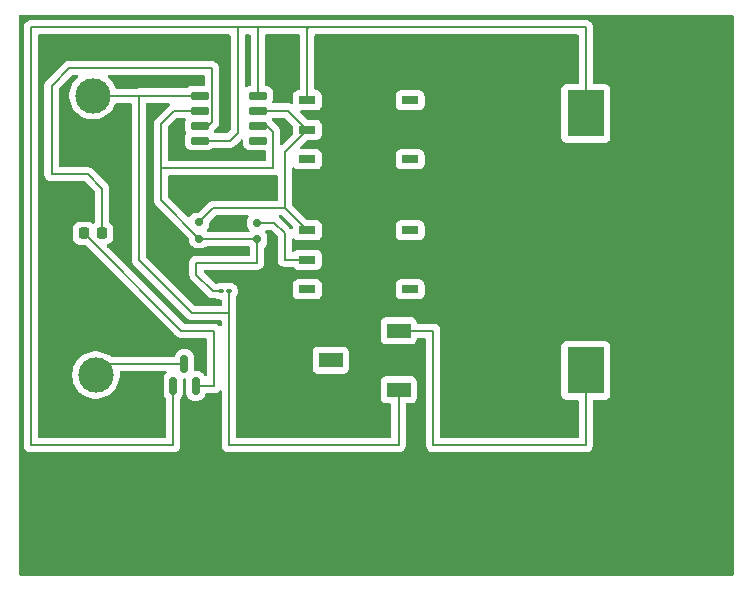
<source format=gbr>
G04 #@! TF.GenerationSoftware,KiCad,Pcbnew,9.0.0*
G04 #@! TF.CreationDate,2025-04-11T10:03:59+08:00*
G04 #@! TF.ProjectId,learn,6c656172-6e2e-46b6-9963-61645f706362,v1.0*
G04 #@! TF.SameCoordinates,Original*
G04 #@! TF.FileFunction,Copper,L1,Top*
G04 #@! TF.FilePolarity,Positive*
%FSLAX46Y46*%
G04 Gerber Fmt 4.6, Leading zero omitted, Abs format (unit mm)*
G04 Created by KiCad (PCBNEW 9.0.0) date 2025-04-11 10:03:59*
%MOMM*%
%LPD*%
G01*
G04 APERTURE LIST*
G04 Aperture macros list*
%AMRoundRect*
0 Rectangle with rounded corners*
0 $1 Rounding radius*
0 $2 $3 $4 $5 $6 $7 $8 $9 X,Y pos of 4 corners*
0 Add a 4 corners polygon primitive as box body*
4,1,4,$2,$3,$4,$5,$6,$7,$8,$9,$2,$3,0*
0 Add four circle primitives for the rounded corners*
1,1,$1+$1,$2,$3*
1,1,$1+$1,$4,$5*
1,1,$1+$1,$6,$7*
1,1,$1+$1,$8,$9*
0 Add four rect primitives between the rounded corners*
20,1,$1+$1,$2,$3,$4,$5,0*
20,1,$1+$1,$4,$5,$6,$7,0*
20,1,$1+$1,$6,$7,$8,$9,0*
20,1,$1+$1,$8,$9,$2,$3,0*%
G04 Aperture macros list end*
G04 #@! TA.AperFunction,SMDPad,CuDef*
%ADD10RoundRect,0.075000X-0.675000X-0.225000X0.675000X-0.225000X0.675000X0.225000X-0.675000X0.225000X0*%
G04 #@! TD*
G04 #@! TA.AperFunction,SMDPad,CuDef*
%ADD11R,1.450000X0.700000*%
G04 #@! TD*
G04 #@! TA.AperFunction,SMDPad,CuDef*
%ADD12RoundRect,0.218750X-0.218750X-0.256250X0.218750X-0.256250X0.218750X0.256250X-0.218750X0.256250X0*%
G04 #@! TD*
G04 #@! TA.AperFunction,SMDPad,CuDef*
%ADD13C,3.000000*%
G04 #@! TD*
G04 #@! TA.AperFunction,SMDPad,CuDef*
%ADD14R,3.170000X3.960000*%
G04 #@! TD*
G04 #@! TA.AperFunction,SMDPad,CuDef*
%ADD15RoundRect,0.150000X0.200000X-0.150000X0.200000X0.150000X-0.200000X0.150000X-0.200000X-0.150000X0*%
G04 #@! TD*
G04 #@! TA.AperFunction,SMDPad,CuDef*
%ADD16R,2.050000X1.300000*%
G04 #@! TD*
G04 #@! TA.AperFunction,SMDPad,CuDef*
%ADD17RoundRect,0.150000X0.150000X-0.587500X0.150000X0.587500X-0.150000X0.587500X-0.150000X-0.587500X0*%
G04 #@! TD*
G04 #@! TA.AperFunction,SMDPad,CuDef*
%ADD18RoundRect,0.150000X-0.200000X0.150000X-0.200000X-0.150000X0.200000X-0.150000X0.200000X0.150000X0*%
G04 #@! TD*
G04 #@! TA.AperFunction,SMDPad,CuDef*
%ADD19RoundRect,0.100000X-0.130000X-0.100000X0.130000X-0.100000X0.130000X0.100000X-0.130000X0.100000X0*%
G04 #@! TD*
G04 #@! TA.AperFunction,Conductor*
%ADD20C,0.200000*%
G04 #@! TD*
G04 APERTURE END LIST*
D10*
G04 #@! TO.P,U1,1,GND*
G04 #@! TO.N,Net-(SW1-C)*
X113530000Y-85095000D03*
G04 #@! TO.P,U1,2,TRIG*
G04 #@! TO.N,Net-(D1-A)*
X113530000Y-86365000D03*
G04 #@! TO.P,U1,3,OUT*
G04 #@! TO.N,Net-(D3-A)*
X113530000Y-87635000D03*
G04 #@! TO.P,U1,4,RESET*
G04 #@! TO.N,Net-(Q1-C)*
X113530000Y-88905000D03*
G04 #@! TO.P,U1,5,CONT*
G04 #@! TO.N,unconnected-(U1-CONT-Pad5)*
X118470000Y-88905000D03*
G04 #@! TO.P,U1,6,THRES*
G04 #@! TO.N,Net-(D1-A)*
X118470000Y-87635000D03*
G04 #@! TO.P,U1,7,DISCH*
G04 #@! TO.N,Net-(D2-A)*
X118470000Y-86365000D03*
G04 #@! TO.P,U1,8,VCC*
G04 #@! TO.N,Net-(Q1-C)*
X118470000Y-85095000D03*
G04 #@! TD*
D11*
G04 #@! TO.P,RV1,1,1*
G04 #@! TO.N,Net-(Q1-C)*
X122650000Y-85500000D03*
G04 #@! TO.P,RV1,2,2*
G04 #@! TO.N,Net-(D2-A)*
X122650000Y-88000000D03*
G04 #@! TO.P,RV1,3,3*
G04 #@! TO.N,unconnected-(RV1-Pad3)*
X122650000Y-90500000D03*
G04 #@! TO.P,RV1,MT1*
G04 #@! TO.N,N/C*
X131350000Y-85500000D03*
G04 #@! TO.P,RV1,MT2*
X131350000Y-90500000D03*
G04 #@! TD*
D12*
G04 #@! TO.P,D3,1,K*
G04 #@! TO.N,Net-(D3-K)*
X103712500Y-96750000D03*
G04 #@! TO.P,D3,2,A*
G04 #@! TO.N,Net-(D3-A)*
X105287500Y-96750000D03*
G04 #@! TD*
D13*
G04 #@! TO.P,TP1,1,1*
G04 #@! TO.N,Net-(Q1-E)*
X104750000Y-108750000D03*
G04 #@! TD*
D14*
G04 #@! TO.P,BT1,N*
G04 #@! TO.N,Net-(SW1-B)*
X146235000Y-108370000D03*
G04 #@! TO.P,BT1,P*
G04 #@! TO.N,Net-(Q1-C)*
X146235000Y-86610000D03*
G04 #@! TD*
D13*
G04 #@! TO.P,TP2,1,1*
G04 #@! TO.N,Net-(SW1-C)*
X104500000Y-85100000D03*
G04 #@! TD*
D15*
G04 #@! TO.P,D1,1,K*
G04 #@! TO.N,Net-(D1-K)*
X118420000Y-95872500D03*
G04 #@! TO.P,D1,2,A*
G04 #@! TO.N,Net-(D1-A)*
X118420000Y-97272500D03*
G04 #@! TD*
D16*
G04 #@! TO.P,SW1,1,A*
G04 #@! TO.N,unconnected-(SW1-A-Pad1)*
X124625000Y-107500000D03*
G04 #@! TO.P,SW1,2,B*
G04 #@! TO.N,Net-(SW1-B)*
X130375000Y-105000000D03*
G04 #@! TO.P,SW1,3,C*
G04 #@! TO.N,Net-(SW1-C)*
X130375000Y-110000000D03*
G04 #@! TD*
D17*
G04 #@! TO.P,Q1,1,C*
G04 #@! TO.N,Net-(Q1-C)*
X111300000Y-109687500D03*
G04 #@! TO.P,Q1,2,B*
G04 #@! TO.N,Net-(D3-K)*
X113200000Y-109687500D03*
G04 #@! TO.P,Q1,3,E*
G04 #@! TO.N,Net-(Q1-E)*
X112250000Y-107812500D03*
G04 #@! TD*
D11*
G04 #@! TO.P,RV2,1,1*
G04 #@! TO.N,Net-(D2-A)*
X122650000Y-96500000D03*
G04 #@! TO.P,RV2,2,2*
G04 #@! TO.N,Net-(D1-K)*
X122650000Y-99000000D03*
G04 #@! TO.P,RV2,3,3*
G04 #@! TO.N,unconnected-(RV2-Pad3)*
X122650000Y-101500000D03*
G04 #@! TO.P,RV2,MT1*
G04 #@! TO.N,N/C*
X131350000Y-96500000D03*
G04 #@! TO.P,RV2,MT2*
X131350000Y-101500000D03*
G04 #@! TD*
D18*
G04 #@! TO.P,D2,1,K*
G04 #@! TO.N,Net-(D1-A)*
X113500000Y-97200000D03*
G04 #@! TO.P,D2,2,A*
G04 #@! TO.N,Net-(D2-A)*
X113500000Y-95800000D03*
G04 #@! TD*
D19*
G04 #@! TO.P,C1,1*
G04 #@! TO.N,Net-(D1-A)*
X115380000Y-101650000D03*
G04 #@! TO.P,C1,2*
G04 #@! TO.N,Net-(SW1-C)*
X116020000Y-101650000D03*
G04 #@! TD*
D20*
G04 #@! TO.N,Net-(D3-K)*
X114750000Y-109687500D02*
X114750000Y-105000000D01*
G04 #@! TO.N,Net-(Q1-C)*
X122650000Y-79430000D02*
X122770000Y-79310000D01*
X111300000Y-114700000D02*
X99250000Y-114700000D01*
X122770000Y-79310000D02*
X146235000Y-79310000D01*
X122650000Y-85500000D02*
X122650000Y-79430000D01*
X146235000Y-79310000D02*
X146235000Y-86610000D01*
X111300000Y-114700000D02*
X111300000Y-109687500D01*
X116750000Y-88250000D02*
X116750000Y-79310000D01*
X99250000Y-114700000D02*
X99250000Y-79310000D01*
X116750000Y-79310000D02*
X99250000Y-79310000D01*
X118470000Y-79330000D02*
X118450000Y-79310000D01*
X122770000Y-79310000D02*
X118450000Y-79310000D01*
X118470000Y-85095000D02*
X118470000Y-79330000D01*
X113530000Y-88905000D02*
X116095000Y-88905000D01*
X118450000Y-79310000D02*
X116750000Y-79310000D01*
X116095000Y-88905000D02*
X116750000Y-88250000D01*
G04 #@! TO.N,Net-(SW1-B)*
X133180000Y-105000000D02*
X130375000Y-105000000D01*
X146235000Y-114700000D02*
X133310000Y-114700000D01*
X133310000Y-105010000D02*
X133190000Y-105010000D01*
X133310000Y-114700000D02*
X133310000Y-105010000D01*
X133190000Y-105010000D02*
X133180000Y-105000000D01*
X146235000Y-108370000D02*
X146235000Y-114700000D01*
G04 #@! TO.N,Net-(SW1-C)*
X108395000Y-85095000D02*
X108390000Y-85090000D01*
X130375000Y-114700000D02*
X116020000Y-114700000D01*
X108390000Y-85100000D02*
X108395000Y-85095000D01*
X108395000Y-85095000D02*
X113530000Y-85095000D01*
X112880000Y-103500000D02*
X116020000Y-103500000D01*
X108390000Y-85090000D02*
X108390000Y-99010000D01*
X130375000Y-110000000D02*
X130375000Y-114700000D01*
X108390000Y-99010000D02*
X112880000Y-103500000D01*
X116020000Y-103500000D02*
X116020000Y-114700000D01*
X104500000Y-85100000D02*
X108390000Y-85100000D01*
X116020000Y-101650000D02*
X116020000Y-103500000D01*
G04 #@! TO.N,Net-(D1-A)*
X113500000Y-97200000D02*
X110250000Y-93950000D01*
X110250000Y-87500000D02*
X111385000Y-86365000D01*
X110250000Y-91250000D02*
X110250000Y-87500000D01*
X113572500Y-97272500D02*
X113500000Y-97200000D01*
X119219999Y-87635000D02*
X118470000Y-87635000D01*
X111385000Y-86365000D02*
X113530000Y-86365000D01*
X115380000Y-101650000D02*
X114650000Y-101650000D01*
X119750000Y-91250000D02*
X119750000Y-88165001D01*
X110250000Y-91250000D02*
X119750000Y-91250000D01*
X119750000Y-88165001D02*
X119219999Y-87635000D01*
X113250000Y-100250000D02*
X113250000Y-99250000D01*
X118420000Y-97272500D02*
X113572500Y-97272500D01*
X114650000Y-101650000D02*
X113250000Y-100250000D01*
X113250000Y-99250000D02*
X118420000Y-99250000D01*
X110250000Y-93950000D02*
X110250000Y-91250000D01*
X118420000Y-99250000D02*
X118420000Y-97272500D01*
G04 #@! TO.N,Net-(D1-K)*
X120750000Y-99000000D02*
X120750000Y-96750000D01*
X119872500Y-95872500D02*
X118420000Y-95872500D01*
X122650000Y-99000000D02*
X120750000Y-99000000D01*
X120750000Y-96750000D02*
X119872500Y-95872500D01*
G04 #@! TO.N,Net-(D2-A)*
X120750000Y-94600000D02*
X122650000Y-96500000D01*
X122650000Y-88000000D02*
X120750000Y-89900000D01*
X114700000Y-94600000D02*
X120750000Y-94600000D01*
X121015000Y-86365000D02*
X118470000Y-86365000D01*
X113500000Y-95800000D02*
X114700000Y-94600000D01*
X122650000Y-88000000D02*
X121015000Y-86365000D01*
X120750000Y-89900000D02*
X120750000Y-94600000D01*
G04 #@! TO.N,Net-(D3-K)*
X113200000Y-109687500D02*
X114687500Y-109687500D01*
X114750000Y-105000000D02*
X111962500Y-105000000D01*
X111962500Y-105000000D02*
X103712500Y-96750000D01*
G04 #@! TO.N,Net-(D3-A)*
X114581000Y-87333999D02*
X114581000Y-82831000D01*
X114500000Y-82750000D02*
X102500000Y-82750000D01*
X114581000Y-82831000D02*
X114500000Y-82750000D01*
X101000000Y-84250000D02*
X101000000Y-91750000D01*
X105287500Y-92987500D02*
X105287500Y-96750000D01*
X104050000Y-91750000D02*
X105287500Y-92987500D01*
X101000000Y-91750000D02*
X104050000Y-91750000D01*
X102500000Y-82750000D02*
X101000000Y-84250000D01*
X113530000Y-87635000D02*
X114279999Y-87635000D01*
X114279999Y-87635000D02*
X114581000Y-87333999D01*
G04 #@! TO.N,Net-(Q1-E)*
X112250000Y-107812500D02*
X105687500Y-107812500D01*
X105687500Y-107812500D02*
X104750000Y-108750000D01*
G04 #@! TD*
G04 #@! TA.AperFunction,NonConductor*
G36*
X158692539Y-78270185D02*
G01*
X158738294Y-78322989D01*
X158749500Y-78374500D01*
X158749500Y-125625500D01*
X158729815Y-125692539D01*
X158677011Y-125738294D01*
X158625500Y-125749500D01*
X98374500Y-125749500D01*
X98307461Y-125729815D01*
X98261706Y-125677011D01*
X98250500Y-125625500D01*
X98250500Y-79230943D01*
X98649500Y-79230943D01*
X98649500Y-114779056D01*
X98690423Y-114931783D01*
X98690426Y-114931790D01*
X98769475Y-115068709D01*
X98769479Y-115068714D01*
X98769480Y-115068716D01*
X98881284Y-115180520D01*
X98881286Y-115180521D01*
X98881290Y-115180524D01*
X99018209Y-115259573D01*
X99018216Y-115259577D01*
X99170943Y-115300500D01*
X99170945Y-115300500D01*
X111379055Y-115300500D01*
X111379057Y-115300500D01*
X111531784Y-115259577D01*
X111668716Y-115180520D01*
X111780520Y-115068716D01*
X111859577Y-114931784D01*
X111900500Y-114779057D01*
X111900500Y-110795808D01*
X111920185Y-110728769D01*
X111936820Y-110708126D01*
X111968076Y-110676870D01*
X111968081Y-110676865D01*
X112051744Y-110535398D01*
X112097598Y-110377569D01*
X112100500Y-110340694D01*
X112100500Y-109174500D01*
X112103050Y-109165814D01*
X112101762Y-109156853D01*
X112112740Y-109132812D01*
X112120185Y-109107461D01*
X112127025Y-109101533D01*
X112130787Y-109093297D01*
X112153021Y-109079007D01*
X112172989Y-109061706D01*
X112183503Y-109059418D01*
X112189565Y-109055523D01*
X112224500Y-109050500D01*
X112275500Y-109050500D01*
X112342539Y-109070185D01*
X112388294Y-109122989D01*
X112399500Y-109174500D01*
X112399500Y-110340701D01*
X112402401Y-110377567D01*
X112402402Y-110377573D01*
X112448254Y-110535393D01*
X112448255Y-110535396D01*
X112531917Y-110676862D01*
X112531923Y-110676870D01*
X112648129Y-110793076D01*
X112648133Y-110793079D01*
X112648135Y-110793081D01*
X112789602Y-110876744D01*
X112831224Y-110888836D01*
X112947426Y-110922597D01*
X112947429Y-110922597D01*
X112947431Y-110922598D01*
X112984306Y-110925500D01*
X112984314Y-110925500D01*
X113415686Y-110925500D01*
X113415694Y-110925500D01*
X113452569Y-110922598D01*
X113452571Y-110922597D01*
X113452573Y-110922597D01*
X113504674Y-110907460D01*
X113610398Y-110876744D01*
X113751865Y-110793081D01*
X113868081Y-110676865D01*
X113951744Y-110535398D01*
X113991699Y-110397873D01*
X113997646Y-110377405D01*
X114035252Y-110318519D01*
X114098725Y-110289313D01*
X114116722Y-110288000D01*
X114829055Y-110288000D01*
X114829057Y-110288000D01*
X114981784Y-110247077D01*
X115118716Y-110168020D01*
X115207819Y-110078917D01*
X115269142Y-110045432D01*
X115338834Y-110050416D01*
X115394767Y-110092288D01*
X115419184Y-110157752D01*
X115419500Y-110166598D01*
X115419500Y-114779056D01*
X115460423Y-114931783D01*
X115460426Y-114931790D01*
X115539475Y-115068709D01*
X115539479Y-115068714D01*
X115539480Y-115068716D01*
X115651284Y-115180520D01*
X115651286Y-115180521D01*
X115651290Y-115180524D01*
X115788209Y-115259573D01*
X115788216Y-115259577D01*
X115940943Y-115300500D01*
X115940945Y-115300500D01*
X130454055Y-115300500D01*
X130454057Y-115300500D01*
X130606784Y-115259577D01*
X130743716Y-115180520D01*
X130855520Y-115068716D01*
X130934577Y-114931784D01*
X130975500Y-114779057D01*
X130975500Y-111274499D01*
X130995185Y-111207460D01*
X131047989Y-111161705D01*
X131099500Y-111150499D01*
X131447871Y-111150499D01*
X131447872Y-111150499D01*
X131507483Y-111144091D01*
X131642331Y-111093796D01*
X131757546Y-111007546D01*
X131843796Y-110892331D01*
X131894091Y-110757483D01*
X131900500Y-110697873D01*
X131900499Y-109302128D01*
X131894091Y-109242517D01*
X131868722Y-109174500D01*
X131843797Y-109107671D01*
X131843793Y-109107664D01*
X131757547Y-108992455D01*
X131757544Y-108992452D01*
X131642335Y-108906206D01*
X131642328Y-108906202D01*
X131507482Y-108855908D01*
X131507483Y-108855908D01*
X131447883Y-108849501D01*
X131447881Y-108849500D01*
X131447873Y-108849500D01*
X131447864Y-108849500D01*
X129302129Y-108849500D01*
X129302123Y-108849501D01*
X129242516Y-108855908D01*
X129107671Y-108906202D01*
X129107664Y-108906206D01*
X128992455Y-108992452D01*
X128992452Y-108992455D01*
X128906206Y-109107664D01*
X128906202Y-109107671D01*
X128855908Y-109242517D01*
X128849501Y-109302116D01*
X128849501Y-109302123D01*
X128849500Y-109302135D01*
X128849500Y-110697870D01*
X128849501Y-110697876D01*
X128855908Y-110757483D01*
X128906202Y-110892328D01*
X128906206Y-110892335D01*
X128992452Y-111007544D01*
X128992455Y-111007547D01*
X129107664Y-111093793D01*
X129107671Y-111093797D01*
X129152618Y-111110561D01*
X129242517Y-111144091D01*
X129302127Y-111150500D01*
X129650500Y-111150499D01*
X129717539Y-111170183D01*
X129763294Y-111222987D01*
X129774500Y-111274499D01*
X129774500Y-113975500D01*
X129754815Y-114042539D01*
X129702011Y-114088294D01*
X129650500Y-114099500D01*
X116744500Y-114099500D01*
X116677461Y-114079815D01*
X116631706Y-114027011D01*
X116620500Y-113975500D01*
X116620500Y-106802135D01*
X123099500Y-106802135D01*
X123099500Y-108197870D01*
X123099501Y-108197876D01*
X123105908Y-108257483D01*
X123156202Y-108392328D01*
X123156206Y-108392335D01*
X123242452Y-108507544D01*
X123242455Y-108507547D01*
X123357664Y-108593793D01*
X123357671Y-108593797D01*
X123492517Y-108644091D01*
X123492516Y-108644091D01*
X123499444Y-108644835D01*
X123552127Y-108650500D01*
X125697872Y-108650499D01*
X125757483Y-108644091D01*
X125892331Y-108593796D01*
X126007546Y-108507546D01*
X126093796Y-108392331D01*
X126144091Y-108257483D01*
X126150500Y-108197873D01*
X126150499Y-106802128D01*
X126144091Y-106742517D01*
X126130815Y-106706923D01*
X126093797Y-106607671D01*
X126093793Y-106607664D01*
X126007547Y-106492455D01*
X126007544Y-106492452D01*
X125892335Y-106406206D01*
X125892328Y-106406202D01*
X125757482Y-106355908D01*
X125757483Y-106355908D01*
X125697883Y-106349501D01*
X125697881Y-106349500D01*
X125697873Y-106349500D01*
X125697864Y-106349500D01*
X123552129Y-106349500D01*
X123552123Y-106349501D01*
X123492516Y-106355908D01*
X123357671Y-106406202D01*
X123357664Y-106406206D01*
X123242455Y-106492452D01*
X123242452Y-106492455D01*
X123156206Y-106607664D01*
X123156202Y-106607671D01*
X123105908Y-106742517D01*
X123101478Y-106783730D01*
X123099501Y-106802123D01*
X123099500Y-106802135D01*
X116620500Y-106802135D01*
X116620500Y-104302135D01*
X128849500Y-104302135D01*
X128849500Y-105697870D01*
X128849501Y-105697876D01*
X128855908Y-105757483D01*
X128906202Y-105892328D01*
X128906206Y-105892335D01*
X128992452Y-106007544D01*
X128992455Y-106007547D01*
X129107664Y-106093793D01*
X129107671Y-106093797D01*
X129242517Y-106144091D01*
X129242516Y-106144091D01*
X129249444Y-106144835D01*
X129302127Y-106150500D01*
X131447872Y-106150499D01*
X131507483Y-106144091D01*
X131642331Y-106093796D01*
X131757546Y-106007546D01*
X131843796Y-105892331D01*
X131894091Y-105757483D01*
X131899062Y-105711242D01*
X131925799Y-105646694D01*
X131983191Y-105606846D01*
X132022351Y-105600500D01*
X132585500Y-105600500D01*
X132652539Y-105620185D01*
X132698294Y-105672989D01*
X132709500Y-105724500D01*
X132709500Y-114779056D01*
X132750423Y-114931783D01*
X132750426Y-114931790D01*
X132829475Y-115068709D01*
X132829479Y-115068714D01*
X132829480Y-115068716D01*
X132941284Y-115180520D01*
X132941286Y-115180521D01*
X132941290Y-115180524D01*
X133078209Y-115259573D01*
X133078216Y-115259577D01*
X133230943Y-115300500D01*
X133230945Y-115300500D01*
X146314055Y-115300500D01*
X146314057Y-115300500D01*
X146466784Y-115259577D01*
X146603716Y-115180520D01*
X146715520Y-115068716D01*
X146794577Y-114931784D01*
X146835500Y-114779057D01*
X146835500Y-110974499D01*
X146855185Y-110907460D01*
X146907989Y-110861705D01*
X146959500Y-110850499D01*
X147867871Y-110850499D01*
X147867872Y-110850499D01*
X147927483Y-110844091D01*
X148062331Y-110793796D01*
X148177546Y-110707546D01*
X148263796Y-110592331D01*
X148314091Y-110457483D01*
X148320500Y-110397873D01*
X148320499Y-106342128D01*
X148314091Y-106282517D01*
X148263796Y-106147669D01*
X148263795Y-106147668D01*
X148263793Y-106147664D01*
X148177547Y-106032455D01*
X148177544Y-106032452D01*
X148062335Y-105946206D01*
X148062328Y-105946202D01*
X147927482Y-105895908D01*
X147927483Y-105895908D01*
X147867883Y-105889501D01*
X147867881Y-105889500D01*
X147867873Y-105889500D01*
X147867864Y-105889500D01*
X144602129Y-105889500D01*
X144602123Y-105889501D01*
X144542516Y-105895908D01*
X144407671Y-105946202D01*
X144407664Y-105946206D01*
X144292455Y-106032452D01*
X144292452Y-106032455D01*
X144206206Y-106147664D01*
X144206202Y-106147671D01*
X144155908Y-106282517D01*
X144149501Y-106342116D01*
X144149501Y-106342123D01*
X144149500Y-106342135D01*
X144149500Y-110397870D01*
X144149501Y-110397876D01*
X144155908Y-110457483D01*
X144206202Y-110592328D01*
X144206206Y-110592335D01*
X144292452Y-110707544D01*
X144292455Y-110707547D01*
X144407664Y-110793793D01*
X144407671Y-110793797D01*
X144542517Y-110844091D01*
X144542516Y-110844091D01*
X144549444Y-110844835D01*
X144602127Y-110850500D01*
X145510500Y-110850499D01*
X145577539Y-110870183D01*
X145623294Y-110922987D01*
X145634500Y-110974499D01*
X145634500Y-113975500D01*
X145614815Y-114042539D01*
X145562011Y-114088294D01*
X145510500Y-114099500D01*
X134034500Y-114099500D01*
X133967461Y-114079815D01*
X133921706Y-114027011D01*
X133910500Y-113975500D01*
X133910500Y-104930945D01*
X133910500Y-104930943D01*
X133869577Y-104778216D01*
X133863804Y-104768216D01*
X133790524Y-104641290D01*
X133790518Y-104641282D01*
X133678717Y-104529481D01*
X133678709Y-104529475D01*
X133541790Y-104450426D01*
X133541786Y-104450424D01*
X133541784Y-104450423D01*
X133389057Y-104409500D01*
X133389056Y-104409500D01*
X133312706Y-104409500D01*
X133307059Y-104409371D01*
X133293611Y-104408758D01*
X133259057Y-104399499D01*
X133100943Y-104399499D01*
X133100939Y-104399500D01*
X132022351Y-104399500D01*
X131955312Y-104379815D01*
X131909557Y-104327011D01*
X131899061Y-104288752D01*
X131894091Y-104242516D01*
X131843797Y-104107671D01*
X131843793Y-104107664D01*
X131757547Y-103992455D01*
X131757544Y-103992452D01*
X131642335Y-103906206D01*
X131642328Y-103906202D01*
X131507482Y-103855908D01*
X131507483Y-103855908D01*
X131447883Y-103849501D01*
X131447881Y-103849500D01*
X131447873Y-103849500D01*
X131447864Y-103849500D01*
X129302129Y-103849500D01*
X129302123Y-103849501D01*
X129242516Y-103855908D01*
X129107671Y-103906202D01*
X129107664Y-103906206D01*
X128992455Y-103992452D01*
X128992452Y-103992455D01*
X128906206Y-104107664D01*
X128906202Y-104107671D01*
X128855908Y-104242517D01*
X128849501Y-104302116D01*
X128849500Y-104302135D01*
X116620500Y-104302135D01*
X116620500Y-102165354D01*
X116640185Y-102098315D01*
X116646113Y-102089881D01*
X116674536Y-102052841D01*
X116735044Y-101906762D01*
X116750500Y-101789361D01*
X116750499Y-101510640D01*
X116750499Y-101510636D01*
X116735046Y-101393246D01*
X116735044Y-101393241D01*
X116735044Y-101393238D01*
X116674536Y-101247159D01*
X116578282Y-101121718D01*
X116552761Y-101102135D01*
X121424500Y-101102135D01*
X121424500Y-101897870D01*
X121424501Y-101897876D01*
X121430908Y-101957483D01*
X121481202Y-102092328D01*
X121481206Y-102092335D01*
X121567452Y-102207544D01*
X121567455Y-102207547D01*
X121682664Y-102293793D01*
X121682671Y-102293797D01*
X121817517Y-102344091D01*
X121817516Y-102344091D01*
X121824444Y-102344835D01*
X121877127Y-102350500D01*
X123422872Y-102350499D01*
X123482483Y-102344091D01*
X123617331Y-102293796D01*
X123732546Y-102207546D01*
X123818796Y-102092331D01*
X123869091Y-101957483D01*
X123875500Y-101897873D01*
X123875499Y-101102135D01*
X130124500Y-101102135D01*
X130124500Y-101897870D01*
X130124501Y-101897876D01*
X130130908Y-101957483D01*
X130181202Y-102092328D01*
X130181206Y-102092335D01*
X130267452Y-102207544D01*
X130267455Y-102207547D01*
X130382664Y-102293793D01*
X130382671Y-102293797D01*
X130517517Y-102344091D01*
X130517516Y-102344091D01*
X130524444Y-102344835D01*
X130577127Y-102350500D01*
X132122872Y-102350499D01*
X132182483Y-102344091D01*
X132317331Y-102293796D01*
X132432546Y-102207546D01*
X132518796Y-102092331D01*
X132569091Y-101957483D01*
X132575500Y-101897873D01*
X132575499Y-101102128D01*
X132569091Y-101042517D01*
X132562730Y-101025463D01*
X132518797Y-100907671D01*
X132518793Y-100907664D01*
X132432547Y-100792455D01*
X132432544Y-100792452D01*
X132317335Y-100706206D01*
X132317328Y-100706202D01*
X132182482Y-100655908D01*
X132182483Y-100655908D01*
X132122883Y-100649501D01*
X132122881Y-100649500D01*
X132122873Y-100649500D01*
X132122864Y-100649500D01*
X130577129Y-100649500D01*
X130577123Y-100649501D01*
X130517516Y-100655908D01*
X130382671Y-100706202D01*
X130382664Y-100706206D01*
X130267455Y-100792452D01*
X130267452Y-100792455D01*
X130181206Y-100907664D01*
X130181202Y-100907671D01*
X130130908Y-101042517D01*
X130124501Y-101102116D01*
X130124501Y-101102123D01*
X130124500Y-101102135D01*
X123875499Y-101102135D01*
X123875499Y-101102128D01*
X123869091Y-101042517D01*
X123862730Y-101025463D01*
X123818797Y-100907671D01*
X123818793Y-100907664D01*
X123732547Y-100792455D01*
X123732544Y-100792452D01*
X123617335Y-100706206D01*
X123617328Y-100706202D01*
X123482482Y-100655908D01*
X123482483Y-100655908D01*
X123422883Y-100649501D01*
X123422881Y-100649500D01*
X123422873Y-100649500D01*
X123422864Y-100649500D01*
X121877129Y-100649500D01*
X121877123Y-100649501D01*
X121817516Y-100655908D01*
X121682671Y-100706202D01*
X121682664Y-100706206D01*
X121567455Y-100792452D01*
X121567452Y-100792455D01*
X121481206Y-100907664D01*
X121481202Y-100907671D01*
X121430908Y-101042517D01*
X121424501Y-101102116D01*
X121424501Y-101102123D01*
X121424500Y-101102135D01*
X116552761Y-101102135D01*
X116452841Y-101025464D01*
X116445562Y-101022449D01*
X116306762Y-100964956D01*
X116306760Y-100964955D01*
X116189361Y-100949500D01*
X115850636Y-100949500D01*
X115733234Y-100964955D01*
X115732083Y-100965264D01*
X115730891Y-100965264D01*
X115725179Y-100966016D01*
X115725080Y-100965264D01*
X115674919Y-100965264D01*
X115674820Y-100966017D01*
X115669107Y-100965264D01*
X115667917Y-100965265D01*
X115666765Y-100964956D01*
X115549361Y-100949500D01*
X115210636Y-100949500D01*
X115093246Y-100964953D01*
X115093234Y-100964957D01*
X114972468Y-101014980D01*
X114902999Y-101022449D01*
X114840520Y-100991174D01*
X114837335Y-100988100D01*
X113911416Y-100062181D01*
X113877931Y-100000858D01*
X113882915Y-99931166D01*
X113924787Y-99875233D01*
X113990251Y-99850816D01*
X113999097Y-99850500D01*
X118499055Y-99850500D01*
X118499057Y-99850500D01*
X118651784Y-99809577D01*
X118788716Y-99730520D01*
X118900520Y-99618716D01*
X118979577Y-99481784D01*
X119020500Y-99329057D01*
X119020500Y-97993309D01*
X119040185Y-97926270D01*
X119056819Y-97905628D01*
X119138076Y-97824370D01*
X119138081Y-97824365D01*
X119221744Y-97682898D01*
X119267598Y-97525069D01*
X119270500Y-97488194D01*
X119270500Y-97056806D01*
X119267598Y-97019931D01*
X119221744Y-96862102D01*
X119138081Y-96720635D01*
X119138079Y-96720633D01*
X119138076Y-96720629D01*
X119102128Y-96684681D01*
X119068643Y-96623358D01*
X119073627Y-96553666D01*
X119115499Y-96497733D01*
X119180963Y-96473316D01*
X119189809Y-96473000D01*
X119572403Y-96473000D01*
X119639442Y-96492685D01*
X119660084Y-96509319D01*
X120113181Y-96962416D01*
X120146666Y-97023739D01*
X120149500Y-97050097D01*
X120149500Y-98920943D01*
X120149500Y-99079057D01*
X120152180Y-99089057D01*
X120190423Y-99231783D01*
X120190426Y-99231790D01*
X120269475Y-99368709D01*
X120269479Y-99368714D01*
X120269480Y-99368716D01*
X120381284Y-99480520D01*
X120381286Y-99480521D01*
X120381290Y-99480524D01*
X120410850Y-99497590D01*
X120518216Y-99559577D01*
X120670943Y-99600500D01*
X121425249Y-99600500D01*
X121492288Y-99620185D01*
X121524515Y-99650188D01*
X121567451Y-99707542D01*
X121567454Y-99707546D01*
X121567457Y-99707548D01*
X121682664Y-99793793D01*
X121682671Y-99793797D01*
X121817517Y-99844091D01*
X121817516Y-99844091D01*
X121824444Y-99844835D01*
X121877127Y-99850500D01*
X123422872Y-99850499D01*
X123482483Y-99844091D01*
X123617331Y-99793796D01*
X123732546Y-99707546D01*
X123818796Y-99592331D01*
X123869091Y-99457483D01*
X123875500Y-99397873D01*
X123875499Y-98602128D01*
X123869091Y-98542517D01*
X123818796Y-98407669D01*
X123818795Y-98407668D01*
X123818793Y-98407664D01*
X123732547Y-98292455D01*
X123732544Y-98292452D01*
X123617335Y-98206206D01*
X123617328Y-98206202D01*
X123482482Y-98155908D01*
X123482483Y-98155908D01*
X123422883Y-98149501D01*
X123422881Y-98149500D01*
X123422873Y-98149500D01*
X123422864Y-98149500D01*
X121877129Y-98149500D01*
X121877123Y-98149501D01*
X121817516Y-98155908D01*
X121682671Y-98206202D01*
X121682664Y-98206206D01*
X121567453Y-98292454D01*
X121562177Y-98297730D01*
X121500853Y-98331212D01*
X121431161Y-98326225D01*
X121375230Y-98284351D01*
X121350816Y-98218886D01*
X121350500Y-98210045D01*
X121350500Y-97289954D01*
X121370185Y-97222915D01*
X121422989Y-97177160D01*
X121492147Y-97167216D01*
X121555703Y-97196241D01*
X121562181Y-97202273D01*
X121567455Y-97207547D01*
X121682664Y-97293793D01*
X121682671Y-97293797D01*
X121817517Y-97344091D01*
X121817516Y-97344091D01*
X121824444Y-97344835D01*
X121877127Y-97350500D01*
X123422872Y-97350499D01*
X123482483Y-97344091D01*
X123617331Y-97293796D01*
X123732546Y-97207546D01*
X123818796Y-97092331D01*
X123869091Y-96957483D01*
X123875500Y-96897873D01*
X123875499Y-96102135D01*
X130124500Y-96102135D01*
X130124500Y-96897870D01*
X130124501Y-96897876D01*
X130130908Y-96957483D01*
X130181202Y-97092328D01*
X130181206Y-97092335D01*
X130267452Y-97207544D01*
X130267455Y-97207547D01*
X130382664Y-97293793D01*
X130382671Y-97293797D01*
X130517517Y-97344091D01*
X130517516Y-97344091D01*
X130524444Y-97344835D01*
X130577127Y-97350500D01*
X132122872Y-97350499D01*
X132182483Y-97344091D01*
X132317331Y-97293796D01*
X132432546Y-97207546D01*
X132518796Y-97092331D01*
X132569091Y-96957483D01*
X132575500Y-96897873D01*
X132575499Y-96102128D01*
X132569091Y-96042517D01*
X132559089Y-96015701D01*
X132518797Y-95907671D01*
X132518793Y-95907664D01*
X132432547Y-95792455D01*
X132432544Y-95792452D01*
X132317335Y-95706206D01*
X132317328Y-95706202D01*
X132182482Y-95655908D01*
X132182483Y-95655908D01*
X132122883Y-95649501D01*
X132122881Y-95649500D01*
X132122873Y-95649500D01*
X132122864Y-95649500D01*
X130577129Y-95649500D01*
X130577123Y-95649501D01*
X130517516Y-95655908D01*
X130382671Y-95706202D01*
X130382664Y-95706206D01*
X130267455Y-95792452D01*
X130267452Y-95792455D01*
X130181206Y-95907664D01*
X130181202Y-95907671D01*
X130130908Y-96042517D01*
X130125998Y-96088194D01*
X130124501Y-96102123D01*
X130124500Y-96102135D01*
X123875499Y-96102135D01*
X123875499Y-96102128D01*
X123869091Y-96042517D01*
X123859089Y-96015701D01*
X123818797Y-95907671D01*
X123818793Y-95907664D01*
X123732547Y-95792455D01*
X123732544Y-95792452D01*
X123617335Y-95706206D01*
X123617328Y-95706202D01*
X123482482Y-95655908D01*
X123482483Y-95655908D01*
X123422883Y-95649501D01*
X123422881Y-95649500D01*
X123422873Y-95649500D01*
X123422865Y-95649500D01*
X122700098Y-95649500D01*
X122633059Y-95629815D01*
X122612417Y-95613181D01*
X121386819Y-94387583D01*
X121353334Y-94326260D01*
X121350500Y-94299902D01*
X121350500Y-91289954D01*
X121370185Y-91222915D01*
X121422989Y-91177160D01*
X121492147Y-91167216D01*
X121555703Y-91196241D01*
X121562181Y-91202273D01*
X121567455Y-91207547D01*
X121682664Y-91293793D01*
X121682671Y-91293797D01*
X121817517Y-91344091D01*
X121817516Y-91344091D01*
X121824444Y-91344835D01*
X121877127Y-91350500D01*
X123422872Y-91350499D01*
X123482483Y-91344091D01*
X123617331Y-91293796D01*
X123732546Y-91207546D01*
X123818796Y-91092331D01*
X123869091Y-90957483D01*
X123875500Y-90897873D01*
X123875499Y-90102135D01*
X130124500Y-90102135D01*
X130124500Y-90897870D01*
X130124501Y-90897876D01*
X130130908Y-90957483D01*
X130181202Y-91092328D01*
X130181206Y-91092335D01*
X130267452Y-91207544D01*
X130267455Y-91207547D01*
X130382664Y-91293793D01*
X130382671Y-91293797D01*
X130517517Y-91344091D01*
X130517516Y-91344091D01*
X130524444Y-91344835D01*
X130577127Y-91350500D01*
X132122872Y-91350499D01*
X132182483Y-91344091D01*
X132317331Y-91293796D01*
X132432546Y-91207546D01*
X132518796Y-91092331D01*
X132569091Y-90957483D01*
X132575500Y-90897873D01*
X132575499Y-90102128D01*
X132569091Y-90042517D01*
X132518796Y-89907669D01*
X132518795Y-89907668D01*
X132518793Y-89907664D01*
X132432547Y-89792455D01*
X132432544Y-89792452D01*
X132317335Y-89706206D01*
X132317328Y-89706202D01*
X132182482Y-89655908D01*
X132182483Y-89655908D01*
X132122883Y-89649501D01*
X132122881Y-89649500D01*
X132122873Y-89649500D01*
X132122864Y-89649500D01*
X130577129Y-89649500D01*
X130577123Y-89649501D01*
X130517516Y-89655908D01*
X130382671Y-89706202D01*
X130382664Y-89706206D01*
X130267455Y-89792452D01*
X130267452Y-89792455D01*
X130181206Y-89907664D01*
X130181202Y-89907671D01*
X130130908Y-90042517D01*
X130124501Y-90102116D01*
X130124501Y-90102123D01*
X130124500Y-90102135D01*
X123875499Y-90102135D01*
X123875499Y-90102128D01*
X123869091Y-90042517D01*
X123818796Y-89907669D01*
X123818795Y-89907668D01*
X123818793Y-89907664D01*
X123732547Y-89792455D01*
X123732544Y-89792452D01*
X123617335Y-89706206D01*
X123617328Y-89706202D01*
X123482482Y-89655908D01*
X123482483Y-89655908D01*
X123422883Y-89649501D01*
X123422881Y-89649500D01*
X123422873Y-89649500D01*
X123422865Y-89649500D01*
X122149095Y-89649500D01*
X122082056Y-89629815D01*
X122036301Y-89577011D01*
X122026357Y-89507853D01*
X122055382Y-89444297D01*
X122061396Y-89437837D01*
X122612417Y-88886818D01*
X122673740Y-88853333D01*
X122700098Y-88850499D01*
X123422871Y-88850499D01*
X123422872Y-88850499D01*
X123482483Y-88844091D01*
X123617331Y-88793796D01*
X123732546Y-88707546D01*
X123818796Y-88592331D01*
X123869091Y-88457483D01*
X123875500Y-88397873D01*
X123875499Y-87602128D01*
X123869091Y-87542517D01*
X123820804Y-87413054D01*
X123818797Y-87407671D01*
X123818793Y-87407664D01*
X123732547Y-87292455D01*
X123732544Y-87292452D01*
X123617335Y-87206206D01*
X123617328Y-87206202D01*
X123482482Y-87155908D01*
X123482483Y-87155908D01*
X123422883Y-87149501D01*
X123422881Y-87149500D01*
X123422873Y-87149500D01*
X123422865Y-87149500D01*
X122700097Y-87149500D01*
X122633058Y-87129815D01*
X122612416Y-87113181D01*
X122061415Y-86562180D01*
X122027930Y-86500857D01*
X122032914Y-86431165D01*
X122074786Y-86375232D01*
X122140250Y-86350815D01*
X122149072Y-86350499D01*
X123422872Y-86350499D01*
X123482483Y-86344091D01*
X123617331Y-86293796D01*
X123732546Y-86207546D01*
X123818796Y-86092331D01*
X123869091Y-85957483D01*
X123875500Y-85897873D01*
X123875499Y-85102135D01*
X130124500Y-85102135D01*
X130124500Y-85897870D01*
X130124501Y-85897876D01*
X130130908Y-85957483D01*
X130181202Y-86092328D01*
X130181206Y-86092335D01*
X130267452Y-86207544D01*
X130267455Y-86207547D01*
X130382664Y-86293793D01*
X130382671Y-86293797D01*
X130517517Y-86344091D01*
X130517516Y-86344091D01*
X130524444Y-86344835D01*
X130577127Y-86350500D01*
X132122872Y-86350499D01*
X132182483Y-86344091D01*
X132317331Y-86293796D01*
X132432546Y-86207546D01*
X132518796Y-86092331D01*
X132569091Y-85957483D01*
X132575500Y-85897873D01*
X132575499Y-85102128D01*
X132569091Y-85042517D01*
X132541626Y-84968880D01*
X132518797Y-84907671D01*
X132518793Y-84907664D01*
X132432547Y-84792455D01*
X132432544Y-84792452D01*
X132317335Y-84706206D01*
X132317328Y-84706202D01*
X132182482Y-84655908D01*
X132182483Y-84655908D01*
X132122883Y-84649501D01*
X132122881Y-84649500D01*
X132122873Y-84649500D01*
X132122864Y-84649500D01*
X130577129Y-84649500D01*
X130577123Y-84649501D01*
X130517516Y-84655908D01*
X130382671Y-84706202D01*
X130382664Y-84706206D01*
X130267455Y-84792452D01*
X130267452Y-84792455D01*
X130181206Y-84907664D01*
X130181202Y-84907671D01*
X130130908Y-85042517D01*
X130124501Y-85102116D01*
X130124501Y-85102123D01*
X130124500Y-85102135D01*
X123875499Y-85102135D01*
X123875499Y-85102128D01*
X123869091Y-85042517D01*
X123841626Y-84968880D01*
X123818797Y-84907671D01*
X123818793Y-84907664D01*
X123732547Y-84792455D01*
X123732544Y-84792452D01*
X123617335Y-84706206D01*
X123617328Y-84706202D01*
X123482482Y-84655908D01*
X123482483Y-84655908D01*
X123422883Y-84649501D01*
X123422881Y-84649500D01*
X123422873Y-84649500D01*
X123422865Y-84649500D01*
X123374500Y-84649500D01*
X123307461Y-84629815D01*
X123261706Y-84577011D01*
X123250500Y-84525500D01*
X123250500Y-80034500D01*
X123270185Y-79967461D01*
X123322989Y-79921706D01*
X123374500Y-79910500D01*
X145510500Y-79910500D01*
X145577539Y-79930185D01*
X145623294Y-79982989D01*
X145634500Y-80034500D01*
X145634500Y-84005500D01*
X145614815Y-84072539D01*
X145562011Y-84118294D01*
X145510500Y-84129500D01*
X144602129Y-84129500D01*
X144602123Y-84129501D01*
X144542516Y-84135908D01*
X144407671Y-84186202D01*
X144407664Y-84186206D01*
X144292455Y-84272452D01*
X144292452Y-84272455D01*
X144206206Y-84387664D01*
X144206202Y-84387671D01*
X144155908Y-84522517D01*
X144150050Y-84577011D01*
X144149501Y-84582123D01*
X144149500Y-84582135D01*
X144149500Y-88637870D01*
X144149501Y-88637876D01*
X144155908Y-88697483D01*
X144206202Y-88832328D01*
X144206206Y-88832335D01*
X144292452Y-88947544D01*
X144292455Y-88947547D01*
X144407664Y-89033793D01*
X144407671Y-89033797D01*
X144542517Y-89084091D01*
X144542516Y-89084091D01*
X144549444Y-89084835D01*
X144602127Y-89090500D01*
X147867872Y-89090499D01*
X147927483Y-89084091D01*
X148062331Y-89033796D01*
X148177546Y-88947546D01*
X148263796Y-88832331D01*
X148314091Y-88697483D01*
X148320500Y-88637873D01*
X148320499Y-84582128D01*
X148314091Y-84522517D01*
X148305506Y-84499500D01*
X148263797Y-84387671D01*
X148263793Y-84387664D01*
X148177547Y-84272455D01*
X148177544Y-84272452D01*
X148062335Y-84186206D01*
X148062328Y-84186202D01*
X147927482Y-84135908D01*
X147927483Y-84135908D01*
X147867883Y-84129501D01*
X147867881Y-84129500D01*
X147867873Y-84129500D01*
X147867865Y-84129500D01*
X146959500Y-84129500D01*
X146892461Y-84109815D01*
X146846706Y-84057011D01*
X146835500Y-84005500D01*
X146835500Y-79230945D01*
X146835500Y-79230943D01*
X146794577Y-79078216D01*
X146794573Y-79078209D01*
X146715524Y-78941290D01*
X146715518Y-78941282D01*
X146603717Y-78829481D01*
X146603709Y-78829475D01*
X146466790Y-78750426D01*
X146466786Y-78750424D01*
X146466784Y-78750423D01*
X146314057Y-78709500D01*
X146314056Y-78709500D01*
X122849062Y-78709500D01*
X122849058Y-78709499D01*
X122690943Y-78709499D01*
X122690939Y-78709500D01*
X118536669Y-78709500D01*
X118536653Y-78709499D01*
X118529057Y-78709499D01*
X118370943Y-78709499D01*
X118363347Y-78709499D01*
X118363331Y-78709500D01*
X99170943Y-78709500D01*
X99018216Y-78750423D01*
X99018209Y-78750426D01*
X98881290Y-78829475D01*
X98881282Y-78829481D01*
X98769481Y-78941282D01*
X98769475Y-78941290D01*
X98690426Y-79078209D01*
X98690423Y-79078216D01*
X98649500Y-79230943D01*
X98250500Y-79230943D01*
X98250500Y-78374500D01*
X98270185Y-78307461D01*
X98322989Y-78261706D01*
X98374500Y-78250500D01*
X158625500Y-78250500D01*
X158692539Y-78270185D01*
G37*
G04 #@! TD.AperFunction*
G04 #@! TA.AperFunction,NonConductor*
G36*
X117812539Y-79930185D02*
G01*
X117858294Y-79982989D01*
X117869500Y-80034500D01*
X117869500Y-84171006D01*
X117849815Y-84238045D01*
X117797011Y-84283800D01*
X117761156Y-84292839D01*
X117761305Y-84293970D01*
X117644764Y-84309313D01*
X117644763Y-84309313D01*
X117521953Y-84360183D01*
X117452483Y-84367652D01*
X117390004Y-84336377D01*
X117354352Y-84276288D01*
X117350500Y-84245622D01*
X117350500Y-80034500D01*
X117370185Y-79967461D01*
X117422989Y-79921706D01*
X117474500Y-79910500D01*
X117745500Y-79910500D01*
X117812539Y-79930185D01*
G37*
G04 #@! TD.AperFunction*
G04 #@! TA.AperFunction,NonConductor*
G36*
X113923539Y-83370185D02*
G01*
X113969294Y-83422989D01*
X113980500Y-83474500D01*
X113980500Y-84170500D01*
X113960815Y-84237539D01*
X113908011Y-84283294D01*
X113856500Y-84294500D01*
X112817272Y-84294500D01*
X112704764Y-84309313D01*
X112704763Y-84309313D01*
X112564770Y-84367300D01*
X112564767Y-84367301D01*
X112564767Y-84367302D01*
X112444549Y-84459549D01*
X112444547Y-84459551D01*
X112438102Y-84464497D01*
X112436994Y-84463053D01*
X112384594Y-84491666D01*
X112358236Y-84494500D01*
X108487721Y-84494500D01*
X108469057Y-84489499D01*
X108310943Y-84489499D01*
X108274849Y-84499170D01*
X108259806Y-84499475D01*
X108259048Y-84499269D01*
X108257294Y-84499500D01*
X106499444Y-84499500D01*
X106432405Y-84479815D01*
X106386650Y-84427011D01*
X106384883Y-84422953D01*
X106370266Y-84387664D01*
X106298043Y-84213303D01*
X106282399Y-84186206D01*
X106166924Y-83986196D01*
X106007281Y-83778148D01*
X106007274Y-83778140D01*
X105821860Y-83592726D01*
X105821855Y-83592722D01*
X105821851Y-83592718D01*
X105795988Y-83572873D01*
X105754789Y-83516448D01*
X105750634Y-83446702D01*
X105784847Y-83385781D01*
X105846564Y-83353029D01*
X105871478Y-83350500D01*
X113856500Y-83350500D01*
X113923539Y-83370185D01*
G37*
G04 #@! TD.AperFunction*
G04 #@! TA.AperFunction,NonConductor*
G36*
X121992539Y-79930185D02*
G01*
X122038294Y-79982989D01*
X122049500Y-80034500D01*
X122049500Y-84525500D01*
X122029815Y-84592539D01*
X121977011Y-84638294D01*
X121925502Y-84649500D01*
X121877131Y-84649500D01*
X121877123Y-84649501D01*
X121817516Y-84655908D01*
X121682671Y-84706202D01*
X121682664Y-84706206D01*
X121567455Y-84792452D01*
X121567452Y-84792455D01*
X121481206Y-84907664D01*
X121481202Y-84907671D01*
X121430908Y-85042517D01*
X121424501Y-85102116D01*
X121424501Y-85102123D01*
X121424500Y-85102135D01*
X121424500Y-85693456D01*
X121404815Y-85760495D01*
X121352011Y-85806250D01*
X121282853Y-85816194D01*
X121253045Y-85808016D01*
X121246787Y-85805424D01*
X121246786Y-85805423D01*
X121246785Y-85805423D01*
X121094057Y-85764499D01*
X120935943Y-85764499D01*
X120928347Y-85764499D01*
X120928331Y-85764500D01*
X119769378Y-85764500D01*
X119702339Y-85744815D01*
X119656584Y-85692011D01*
X119646640Y-85622853D01*
X119654817Y-85593047D01*
X119666052Y-85565920D01*
X119705687Y-85470236D01*
X119720500Y-85357720D01*
X119720500Y-84832280D01*
X119705687Y-84719764D01*
X119647698Y-84579767D01*
X119555451Y-84459549D01*
X119435233Y-84367302D01*
X119435229Y-84367300D01*
X119342902Y-84329057D01*
X119295236Y-84309313D01*
X119228756Y-84300560D01*
X119178695Y-84293970D01*
X119178951Y-84292018D01*
X119120774Y-84270708D01*
X119078575Y-84215022D01*
X119070500Y-84171006D01*
X119070500Y-80034500D01*
X119090185Y-79967461D01*
X119142989Y-79921706D01*
X119194500Y-79910500D01*
X121925500Y-79910500D01*
X121992539Y-79930185D01*
G37*
G04 #@! TD.AperFunction*
G04 #@! TA.AperFunction,NonConductor*
G36*
X120781942Y-86985185D02*
G01*
X120802584Y-87001819D01*
X121388181Y-87587416D01*
X121421666Y-87648739D01*
X121424500Y-87675097D01*
X121424500Y-88324901D01*
X121404815Y-88391940D01*
X121388181Y-88412582D01*
X120562181Y-89238582D01*
X120500858Y-89272067D01*
X120431166Y-89267083D01*
X120375233Y-89225211D01*
X120350816Y-89159747D01*
X120350500Y-89150901D01*
X120350500Y-88254061D01*
X120350501Y-88254048D01*
X120350501Y-88085945D01*
X120350501Y-88085944D01*
X120309577Y-87933217D01*
X120232721Y-87800097D01*
X120230524Y-87796291D01*
X120230518Y-87796283D01*
X119731392Y-87297157D01*
X119726760Y-87290225D01*
X119722521Y-87287282D01*
X119704512Y-87256928D01*
X119703687Y-87254937D01*
X119690158Y-87222274D01*
X119654817Y-87136952D01*
X119647348Y-87067483D01*
X119678623Y-87005004D01*
X119738713Y-86969352D01*
X119769378Y-86965500D01*
X120714903Y-86965500D01*
X120781942Y-86985185D01*
G37*
G04 #@! TD.AperFunction*
G04 #@! TA.AperFunction,NonConductor*
G36*
X112297661Y-86985185D02*
G01*
X112343416Y-87037989D01*
X112353360Y-87107147D01*
X112345183Y-87136953D01*
X112294313Y-87259763D01*
X112294313Y-87259764D01*
X112279500Y-87372272D01*
X112279500Y-87897727D01*
X112294313Y-88010235D01*
X112294313Y-88010236D01*
X112352301Y-88150233D01*
X112386279Y-88194514D01*
X112411473Y-88259684D01*
X112397434Y-88328129D01*
X112386279Y-88345486D01*
X112352301Y-88389766D01*
X112294313Y-88529763D01*
X112294313Y-88529764D01*
X112279500Y-88642272D01*
X112279500Y-89167727D01*
X112288829Y-89238582D01*
X112294313Y-89280236D01*
X112352302Y-89420233D01*
X112444549Y-89540451D01*
X112564767Y-89632698D01*
X112704764Y-89690687D01*
X112817280Y-89705500D01*
X112817287Y-89705500D01*
X114242713Y-89705500D01*
X114242720Y-89705500D01*
X114355236Y-89690687D01*
X114495233Y-89632698D01*
X114615451Y-89540451D01*
X114615452Y-89540448D01*
X114621898Y-89535503D01*
X114623005Y-89536946D01*
X114675406Y-89508334D01*
X114701764Y-89505500D01*
X116008331Y-89505500D01*
X116008347Y-89505501D01*
X116015943Y-89505501D01*
X116174054Y-89505501D01*
X116174057Y-89505501D01*
X116326785Y-89464577D01*
X116376904Y-89435639D01*
X116463716Y-89385520D01*
X116575520Y-89273716D01*
X116575520Y-89273714D01*
X116585728Y-89263507D01*
X116585730Y-89263504D01*
X117007819Y-88841415D01*
X117069142Y-88807930D01*
X117138834Y-88812914D01*
X117194767Y-88854786D01*
X117219184Y-88920250D01*
X117219500Y-88929096D01*
X117219500Y-89167727D01*
X117228829Y-89238582D01*
X117234313Y-89280236D01*
X117292302Y-89420233D01*
X117384549Y-89540451D01*
X117504767Y-89632698D01*
X117644764Y-89690687D01*
X117757280Y-89705500D01*
X119025500Y-89705500D01*
X119092539Y-89725185D01*
X119138294Y-89777989D01*
X119149500Y-89829500D01*
X119149500Y-90525500D01*
X119129815Y-90592539D01*
X119077011Y-90638294D01*
X119025500Y-90649500D01*
X110974500Y-90649500D01*
X110907461Y-90629815D01*
X110861706Y-90577011D01*
X110850500Y-90525500D01*
X110850500Y-87800097D01*
X110870185Y-87733058D01*
X110886819Y-87712416D01*
X111597416Y-87001819D01*
X111658739Y-86968334D01*
X111685097Y-86965500D01*
X112230622Y-86965500D01*
X112297661Y-86985185D01*
G37*
G04 #@! TD.AperFunction*
G04 #@! TA.AperFunction,NonConductor*
G36*
X120109984Y-91834919D02*
G01*
X120145644Y-91895003D01*
X120149500Y-91925685D01*
X120149500Y-93875500D01*
X120129815Y-93942539D01*
X120077011Y-93988294D01*
X120025500Y-93999500D01*
X114779057Y-93999500D01*
X114620942Y-93999500D01*
X114468215Y-94040423D01*
X114468214Y-94040423D01*
X114468212Y-94040424D01*
X114468209Y-94040425D01*
X114418096Y-94069359D01*
X114418095Y-94069360D01*
X114374689Y-94094420D01*
X114331285Y-94119479D01*
X114331282Y-94119481D01*
X114219478Y-94231286D01*
X113487584Y-94963181D01*
X113426261Y-94996666D01*
X113399903Y-94999500D01*
X113234298Y-94999500D01*
X113197432Y-95002401D01*
X113197426Y-95002402D01*
X113039606Y-95048254D01*
X113039603Y-95048255D01*
X112898137Y-95131917D01*
X112898129Y-95131923D01*
X112781923Y-95248129D01*
X112781916Y-95248138D01*
X112720387Y-95352179D01*
X112669318Y-95399863D01*
X112600576Y-95412366D01*
X112535987Y-95385720D01*
X112525974Y-95376739D01*
X110886819Y-93737584D01*
X110853334Y-93676261D01*
X110850500Y-93649903D01*
X110850500Y-91974500D01*
X110870185Y-91907461D01*
X110922989Y-91861706D01*
X110974500Y-91850500D01*
X119829055Y-91850500D01*
X119829057Y-91850500D01*
X119981784Y-91809577D01*
X119981785Y-91809576D01*
X119989635Y-91807473D01*
X119990262Y-91809813D01*
X120047500Y-91803652D01*
X120109984Y-91834919D01*
G37*
G04 #@! TD.AperFunction*
G04 #@! TA.AperFunction,NonConductor*
G36*
X120459877Y-95203428D02*
G01*
X120470197Y-95202172D01*
X120492829Y-95213104D01*
X120516942Y-95220185D01*
X120531092Y-95231587D01*
X120533111Y-95232563D01*
X120533899Y-95233849D01*
X120537584Y-95236819D01*
X121388181Y-96087416D01*
X121421666Y-96148739D01*
X121424500Y-96175097D01*
X121424500Y-96275902D01*
X121404815Y-96342941D01*
X121352011Y-96388696D01*
X121282853Y-96398640D01*
X121219297Y-96369615D01*
X121212832Y-96363596D01*
X121118716Y-96269480D01*
X121118715Y-96269479D01*
X121114385Y-96265149D01*
X121114374Y-96265139D01*
X120360090Y-95510855D01*
X120360088Y-95510852D01*
X120261417Y-95412181D01*
X120227932Y-95350858D01*
X120232916Y-95281166D01*
X120274788Y-95225233D01*
X120340252Y-95200816D01*
X120349098Y-95200500D01*
X120449903Y-95200500D01*
X120459877Y-95203428D01*
G37*
G04 #@! TD.AperFunction*
G04 #@! TA.AperFunction,NonConductor*
G36*
X117562030Y-95202396D02*
G01*
X117568651Y-95201192D01*
X117595131Y-95212116D01*
X117622611Y-95220185D01*
X117627017Y-95225269D01*
X117633240Y-95227837D01*
X117649611Y-95251345D01*
X117668366Y-95272989D01*
X117669323Y-95279650D01*
X117673170Y-95285173D01*
X117674233Y-95313795D01*
X117678310Y-95342147D01*
X117675575Y-95349916D01*
X117675764Y-95354994D01*
X117662304Y-95387621D01*
X117618255Y-95462103D01*
X117618254Y-95462106D01*
X117572402Y-95619926D01*
X117572401Y-95619932D01*
X117569500Y-95656798D01*
X117569500Y-96088201D01*
X117572401Y-96125067D01*
X117572402Y-96125073D01*
X117618254Y-96282893D01*
X117618255Y-96282896D01*
X117701917Y-96424362D01*
X117701923Y-96424370D01*
X117737872Y-96460319D01*
X117771357Y-96521642D01*
X117766373Y-96591334D01*
X117724501Y-96647267D01*
X117659037Y-96671684D01*
X117650191Y-96672000D01*
X114293308Y-96672000D01*
X114263867Y-96663355D01*
X114233881Y-96656832D01*
X114228865Y-96653077D01*
X114226269Y-96652315D01*
X114205627Y-96635681D01*
X114157627Y-96587681D01*
X114124142Y-96526358D01*
X114129126Y-96456666D01*
X114157625Y-96412320D01*
X114218081Y-96351865D01*
X114301744Y-96210398D01*
X114347598Y-96052569D01*
X114350500Y-96015694D01*
X114350500Y-95850097D01*
X114370185Y-95783058D01*
X114386819Y-95762416D01*
X114912416Y-95236819D01*
X114973739Y-95203334D01*
X115000097Y-95200500D01*
X117555572Y-95200500D01*
X117562030Y-95202396D01*
G37*
G04 #@! TD.AperFunction*
G04 #@! TA.AperFunction,NonConductor*
G36*
X110972941Y-85715185D02*
G01*
X111018696Y-85767989D01*
X111028640Y-85837147D01*
X110999615Y-85900703D01*
X110993583Y-85907181D01*
X109773797Y-87126966D01*
X109773795Y-87126968D01*
X109769480Y-87131284D01*
X109749726Y-87165500D01*
X109748702Y-87167273D01*
X109748698Y-87167280D01*
X109695303Y-87259763D01*
X109690423Y-87268215D01*
X109649499Y-87420943D01*
X109649499Y-87420945D01*
X109649499Y-87589046D01*
X109649500Y-87589059D01*
X109649500Y-93863330D01*
X109649499Y-93863348D01*
X109649499Y-94029054D01*
X109649498Y-94029054D01*
X109690423Y-94181785D01*
X109719000Y-94231280D01*
X109719001Y-94231284D01*
X109719002Y-94231284D01*
X109769479Y-94318714D01*
X109769481Y-94318717D01*
X109888349Y-94437585D01*
X109888355Y-94437590D01*
X112613181Y-97162416D01*
X112646666Y-97223739D01*
X112649500Y-97250097D01*
X112649500Y-97415701D01*
X112652401Y-97452567D01*
X112652402Y-97452573D01*
X112698254Y-97610393D01*
X112698255Y-97610396D01*
X112698256Y-97610398D01*
X112735681Y-97673681D01*
X112781917Y-97751862D01*
X112781923Y-97751870D01*
X112898129Y-97868076D01*
X112898133Y-97868079D01*
X112898135Y-97868081D01*
X113039602Y-97951744D01*
X113081224Y-97963836D01*
X113197426Y-97997597D01*
X113197429Y-97997597D01*
X113197431Y-97997598D01*
X113234306Y-98000500D01*
X113234314Y-98000500D01*
X113765686Y-98000500D01*
X113765694Y-98000500D01*
X113802569Y-97997598D01*
X113802571Y-97997597D01*
X113802573Y-97997597D01*
X113844191Y-97985505D01*
X113960398Y-97951744D01*
X114064348Y-97890267D01*
X114127469Y-97873000D01*
X117695500Y-97873000D01*
X117762539Y-97892685D01*
X117808294Y-97945489D01*
X117819500Y-97997000D01*
X117819500Y-98525500D01*
X117799815Y-98592539D01*
X117747011Y-98638294D01*
X117695500Y-98649500D01*
X113170943Y-98649500D01*
X113018216Y-98690423D01*
X113018209Y-98690426D01*
X112881290Y-98769475D01*
X112881282Y-98769481D01*
X112769481Y-98881282D01*
X112769475Y-98881290D01*
X112690426Y-99018209D01*
X112690423Y-99018216D01*
X112649500Y-99170943D01*
X112649500Y-100163330D01*
X112649499Y-100163348D01*
X112649499Y-100329054D01*
X112649498Y-100329054D01*
X112690423Y-100481785D01*
X112719358Y-100531900D01*
X112719359Y-100531904D01*
X112719360Y-100531904D01*
X112769479Y-100618714D01*
X112769481Y-100618717D01*
X112888349Y-100737585D01*
X112888355Y-100737590D01*
X114165139Y-102014374D01*
X114165149Y-102014385D01*
X114169479Y-102018715D01*
X114169480Y-102018716D01*
X114281284Y-102130520D01*
X114364011Y-102178282D01*
X114364012Y-102178283D01*
X114418209Y-102209574D01*
X114418210Y-102209575D01*
X114418212Y-102209575D01*
X114418215Y-102209577D01*
X114570943Y-102250501D01*
X114570946Y-102250501D01*
X114736653Y-102250501D01*
X114736669Y-102250500D01*
X114873743Y-102250500D01*
X114940782Y-102270185D01*
X114946099Y-102273924D01*
X114947157Y-102274534D01*
X114947159Y-102274536D01*
X114947160Y-102274536D01*
X114947163Y-102274538D01*
X114993659Y-102293797D01*
X115093238Y-102335044D01*
X115210639Y-102350500D01*
X115295501Y-102350499D01*
X115362538Y-102370183D01*
X115408294Y-102422986D01*
X115419500Y-102474499D01*
X115419500Y-102775500D01*
X115399815Y-102842539D01*
X115347011Y-102888294D01*
X115295500Y-102899500D01*
X113180097Y-102899500D01*
X113113058Y-102879815D01*
X113092416Y-102863181D01*
X109026819Y-98797584D01*
X108993334Y-98736261D01*
X108990500Y-98709903D01*
X108990500Y-85819500D01*
X109010185Y-85752461D01*
X109062989Y-85706706D01*
X109114500Y-85695500D01*
X110905902Y-85695500D01*
X110972941Y-85715185D01*
G37*
G04 #@! TD.AperFunction*
G04 #@! TA.AperFunction,NonConductor*
G36*
X103195561Y-83370185D02*
G01*
X103241316Y-83422989D01*
X103251260Y-83492147D01*
X103222235Y-83555703D01*
X103204015Y-83572869D01*
X103178149Y-83592718D01*
X103178139Y-83592726D01*
X102992726Y-83778140D01*
X102992718Y-83778148D01*
X102833075Y-83986196D01*
X102701958Y-84213299D01*
X102701953Y-84213309D01*
X102601605Y-84455571D01*
X102601602Y-84455581D01*
X102552645Y-84638294D01*
X102533730Y-84708885D01*
X102499500Y-84968872D01*
X102499500Y-85231127D01*
X102526123Y-85433339D01*
X102533730Y-85491116D01*
X102601602Y-85744418D01*
X102601605Y-85744428D01*
X102701953Y-85986690D01*
X102701958Y-85986700D01*
X102833075Y-86213803D01*
X102992718Y-86421851D01*
X102992726Y-86421860D01*
X103178140Y-86607274D01*
X103178148Y-86607281D01*
X103386196Y-86766924D01*
X103613299Y-86898041D01*
X103613309Y-86898046D01*
X103823682Y-86985185D01*
X103855581Y-86998398D01*
X104108884Y-87066270D01*
X104368880Y-87100500D01*
X104368887Y-87100500D01*
X104631113Y-87100500D01*
X104631120Y-87100500D01*
X104891116Y-87066270D01*
X105144419Y-86998398D01*
X105386697Y-86898043D01*
X105613803Y-86766924D01*
X105821851Y-86607282D01*
X105821855Y-86607277D01*
X105821860Y-86607274D01*
X106007274Y-86421860D01*
X106007277Y-86421855D01*
X106007282Y-86421851D01*
X106166924Y-86213803D01*
X106298043Y-85986697D01*
X106384883Y-85777046D01*
X106428724Y-85722644D01*
X106495018Y-85700579D01*
X106499444Y-85700500D01*
X107665500Y-85700500D01*
X107732539Y-85720185D01*
X107778294Y-85772989D01*
X107789500Y-85824500D01*
X107789500Y-98923330D01*
X107789499Y-98923348D01*
X107789499Y-99089054D01*
X107789498Y-99089054D01*
X107830423Y-99241785D01*
X107859358Y-99291900D01*
X107859359Y-99291904D01*
X107859360Y-99291904D01*
X107909479Y-99378714D01*
X107909481Y-99378717D01*
X108028349Y-99497585D01*
X108028355Y-99497590D01*
X112395139Y-103864374D01*
X112395149Y-103864385D01*
X112399479Y-103868715D01*
X112399480Y-103868716D01*
X112511284Y-103980520D01*
X112531957Y-103992455D01*
X112598095Y-104030639D01*
X112598097Y-104030641D01*
X112636151Y-104052611D01*
X112648215Y-104059577D01*
X112800943Y-104100501D01*
X112800946Y-104100501D01*
X112966653Y-104100501D01*
X112966669Y-104100500D01*
X115295500Y-104100500D01*
X115362539Y-104120185D01*
X115408294Y-104172989D01*
X115419500Y-104224500D01*
X115419500Y-104520902D01*
X115399815Y-104587941D01*
X115347011Y-104633696D01*
X115277853Y-104643640D01*
X115214297Y-104614615D01*
X115207819Y-104608583D01*
X115118717Y-104519481D01*
X115118709Y-104519475D01*
X114981790Y-104440426D01*
X114981786Y-104440424D01*
X114981784Y-104440423D01*
X114829057Y-104399500D01*
X114829056Y-104399500D01*
X112262597Y-104399500D01*
X112195558Y-104379815D01*
X112174916Y-104363181D01*
X105700562Y-97888827D01*
X105667077Y-97827504D01*
X105672061Y-97757812D01*
X105713933Y-97701879D01*
X105749236Y-97683442D01*
X105812287Y-97662549D01*
X105955391Y-97574281D01*
X106074281Y-97455391D01*
X106162549Y-97312287D01*
X106215436Y-97152685D01*
X106225500Y-97054174D01*
X106225500Y-96445826D01*
X106215436Y-96347315D01*
X106162549Y-96187713D01*
X106162545Y-96187707D01*
X106162544Y-96187704D01*
X106074283Y-96044612D01*
X106074282Y-96044611D01*
X106074281Y-96044609D01*
X105955391Y-95925719D01*
X105955390Y-95925718D01*
X105955388Y-95925716D01*
X105946901Y-95920481D01*
X105900177Y-95868532D01*
X105888000Y-95814944D01*
X105888000Y-92908445D01*
X105888000Y-92908443D01*
X105847077Y-92755716D01*
X105847077Y-92755715D01*
X105847077Y-92755714D01*
X105818139Y-92705595D01*
X105818137Y-92705592D01*
X105768020Y-92618784D01*
X105656216Y-92506980D01*
X105656215Y-92506979D01*
X105651885Y-92502649D01*
X105651874Y-92502639D01*
X104537590Y-91388355D01*
X104537588Y-91388352D01*
X104418717Y-91269481D01*
X104418716Y-91269480D01*
X104331904Y-91219360D01*
X104331904Y-91219359D01*
X104331900Y-91219358D01*
X104281785Y-91190423D01*
X104129057Y-91149499D01*
X103970943Y-91149499D01*
X103963347Y-91149499D01*
X103963331Y-91149500D01*
X101724500Y-91149500D01*
X101657461Y-91129815D01*
X101611706Y-91077011D01*
X101600500Y-91025500D01*
X101600500Y-84550097D01*
X101620185Y-84483058D01*
X101636819Y-84462416D01*
X102712416Y-83386819D01*
X102773739Y-83353334D01*
X102800097Y-83350500D01*
X103128522Y-83350500D01*
X103195561Y-83370185D01*
G37*
G04 #@! TD.AperFunction*
G04 #@! TA.AperFunction,NonConductor*
G36*
X116092539Y-79930185D02*
G01*
X116138294Y-79982989D01*
X116149500Y-80034500D01*
X116149500Y-87949903D01*
X116129815Y-88016942D01*
X116113181Y-88037584D01*
X115882584Y-88268181D01*
X115821261Y-88301666D01*
X115794903Y-88304500D01*
X114829378Y-88304500D01*
X114797901Y-88295257D01*
X114766105Y-88287142D01*
X114764540Y-88285461D01*
X114762339Y-88284815D01*
X114740865Y-88260033D01*
X114718494Y-88236005D01*
X114718086Y-88233744D01*
X114716584Y-88232011D01*
X114711916Y-88199550D01*
X114706088Y-88167246D01*
X114706845Y-88164279D01*
X114706640Y-88162853D01*
X114714817Y-88133048D01*
X114762909Y-88016942D01*
X114764514Y-88013066D01*
X114791388Y-87972845D01*
X115061520Y-87702715D01*
X115140577Y-87565783D01*
X115181501Y-87413056D01*
X115181501Y-87254941D01*
X115181501Y-87247346D01*
X115181500Y-87247328D01*
X115181500Y-82751945D01*
X115181500Y-82751943D01*
X115140577Y-82599216D01*
X115140577Y-82599215D01*
X115120811Y-82564980D01*
X115093811Y-82518214D01*
X115093810Y-82518213D01*
X115086987Y-82506395D01*
X115061520Y-82462284D01*
X114949716Y-82350480D01*
X114868716Y-82269480D01*
X114781904Y-82219360D01*
X114781904Y-82219359D01*
X114781900Y-82219358D01*
X114731785Y-82190423D01*
X114579057Y-82149499D01*
X114420943Y-82149499D01*
X114413347Y-82149499D01*
X114413331Y-82149500D01*
X102420940Y-82149500D01*
X102380019Y-82160464D01*
X102380019Y-82160465D01*
X102342751Y-82170451D01*
X102268214Y-82190423D01*
X102268209Y-82190426D01*
X102131290Y-82269475D01*
X102131282Y-82269481D01*
X100519481Y-83881282D01*
X100519479Y-83881285D01*
X100469361Y-83968094D01*
X100469359Y-83968096D01*
X100440425Y-84018209D01*
X100440424Y-84018210D01*
X100440423Y-84018215D01*
X100399499Y-84170943D01*
X100399499Y-84170945D01*
X100399499Y-84339046D01*
X100399500Y-84339059D01*
X100399500Y-91670943D01*
X100399500Y-91829057D01*
X100438472Y-91974500D01*
X100440423Y-91981783D01*
X100440426Y-91981790D01*
X100519475Y-92118709D01*
X100519479Y-92118714D01*
X100519480Y-92118716D01*
X100631284Y-92230520D01*
X100631286Y-92230521D01*
X100631290Y-92230524D01*
X100768209Y-92309573D01*
X100768216Y-92309577D01*
X100920943Y-92350500D01*
X103749903Y-92350500D01*
X103816942Y-92370185D01*
X103837584Y-92386819D01*
X104650681Y-93199916D01*
X104684166Y-93261239D01*
X104687000Y-93287597D01*
X104687000Y-95814944D01*
X104667315Y-95881983D01*
X104644566Y-95908341D01*
X104636831Y-95915095D01*
X104619609Y-95925719D01*
X104584730Y-95960597D01*
X104581565Y-95963362D01*
X104553490Y-95976314D01*
X104526355Y-95991132D01*
X104522044Y-95990823D01*
X104518123Y-95992633D01*
X104487505Y-95988352D01*
X104456664Y-95986146D01*
X104452477Y-95983455D01*
X104448926Y-95982959D01*
X104440697Y-95975884D01*
X104412318Y-95957646D01*
X104380391Y-95925719D01*
X104380387Y-95925716D01*
X104237295Y-95837455D01*
X104237289Y-95837452D01*
X104237287Y-95837451D01*
X104077685Y-95784564D01*
X104077683Y-95784563D01*
X103979181Y-95774500D01*
X103979174Y-95774500D01*
X103445826Y-95774500D01*
X103445818Y-95774500D01*
X103347316Y-95784563D01*
X103347315Y-95784564D01*
X103323511Y-95792452D01*
X103187715Y-95837450D01*
X103187704Y-95837455D01*
X103044612Y-95925716D01*
X103044608Y-95925719D01*
X102925719Y-96044608D01*
X102925716Y-96044612D01*
X102837455Y-96187704D01*
X102837450Y-96187715D01*
X102829934Y-96210398D01*
X102784564Y-96347315D01*
X102784564Y-96347316D01*
X102784563Y-96347316D01*
X102774500Y-96445818D01*
X102774500Y-97054181D01*
X102784563Y-97152683D01*
X102837450Y-97312284D01*
X102837455Y-97312295D01*
X102925716Y-97455387D01*
X102925719Y-97455391D01*
X103044608Y-97574280D01*
X103044612Y-97574283D01*
X103187704Y-97662544D01*
X103187707Y-97662545D01*
X103187713Y-97662549D01*
X103347315Y-97715436D01*
X103445826Y-97725500D01*
X103787403Y-97725500D01*
X103854442Y-97745185D01*
X103875084Y-97761819D01*
X111477639Y-105364374D01*
X111477649Y-105364385D01*
X111481979Y-105368715D01*
X111481980Y-105368716D01*
X111593784Y-105480520D01*
X111680595Y-105530639D01*
X111680597Y-105530641D01*
X111718651Y-105552611D01*
X111730715Y-105559577D01*
X111883443Y-105600501D01*
X111883446Y-105600501D01*
X112049153Y-105600501D01*
X112049169Y-105600500D01*
X114025500Y-105600500D01*
X114092539Y-105620185D01*
X114138294Y-105672989D01*
X114149500Y-105724500D01*
X114149500Y-108720721D01*
X114129815Y-108787760D01*
X114077011Y-108833515D01*
X114007853Y-108843459D01*
X113944297Y-108814434D01*
X113918768Y-108783842D01*
X113868083Y-108698138D01*
X113868076Y-108698129D01*
X113751870Y-108581923D01*
X113751862Y-108581917D01*
X113626108Y-108507547D01*
X113610398Y-108498256D01*
X113610397Y-108498255D01*
X113610396Y-108498255D01*
X113610393Y-108498254D01*
X113452573Y-108452402D01*
X113452567Y-108452401D01*
X113415701Y-108449500D01*
X113415694Y-108449500D01*
X113174500Y-108449500D01*
X113107461Y-108429815D01*
X113061706Y-108377011D01*
X113050500Y-108325500D01*
X113050500Y-107159313D01*
X113050499Y-107159298D01*
X113047598Y-107122432D01*
X113047597Y-107122426D01*
X113001745Y-106964606D01*
X113001744Y-106964603D01*
X113001744Y-106964602D01*
X112918081Y-106823135D01*
X112918079Y-106823133D01*
X112918076Y-106823129D01*
X112801870Y-106706923D01*
X112801862Y-106706917D01*
X112660396Y-106623255D01*
X112660393Y-106623254D01*
X112502573Y-106577402D01*
X112502567Y-106577401D01*
X112465701Y-106574500D01*
X112465694Y-106574500D01*
X112034306Y-106574500D01*
X112034298Y-106574500D01*
X111997432Y-106577401D01*
X111997426Y-106577402D01*
X111839606Y-106623254D01*
X111839603Y-106623255D01*
X111698137Y-106706917D01*
X111698129Y-106706923D01*
X111581923Y-106823129D01*
X111581917Y-106823137D01*
X111498255Y-106964603D01*
X111498254Y-106964606D01*
X111452354Y-107122595D01*
X111414748Y-107181481D01*
X111351275Y-107210687D01*
X111333278Y-107212000D01*
X106073912Y-107212000D01*
X106006873Y-107192315D01*
X105998425Y-107186376D01*
X105863798Y-107083072D01*
X105636700Y-106951958D01*
X105636690Y-106951953D01*
X105394428Y-106851605D01*
X105394421Y-106851603D01*
X105394419Y-106851602D01*
X105141116Y-106783730D01*
X105083339Y-106776123D01*
X104881127Y-106749500D01*
X104881120Y-106749500D01*
X104618880Y-106749500D01*
X104618872Y-106749500D01*
X104387772Y-106779926D01*
X104358884Y-106783730D01*
X104105581Y-106851602D01*
X104105571Y-106851605D01*
X103863309Y-106951953D01*
X103863299Y-106951958D01*
X103636196Y-107083075D01*
X103428148Y-107242718D01*
X103242718Y-107428148D01*
X103083075Y-107636196D01*
X102951958Y-107863299D01*
X102951953Y-107863309D01*
X102851605Y-108105571D01*
X102851602Y-108105581D01*
X102783730Y-108358884D01*
X102779926Y-108387772D01*
X102749500Y-108618872D01*
X102749500Y-108881127D01*
X102775553Y-109079007D01*
X102783730Y-109141116D01*
X102826873Y-109302127D01*
X102851602Y-109394418D01*
X102851605Y-109394428D01*
X102951953Y-109636690D01*
X102951958Y-109636700D01*
X103083075Y-109863803D01*
X103242718Y-110071851D01*
X103242726Y-110071860D01*
X103428140Y-110257274D01*
X103428148Y-110257281D01*
X103636196Y-110416924D01*
X103863299Y-110548041D01*
X103863309Y-110548046D01*
X104105571Y-110648394D01*
X104105581Y-110648398D01*
X104358884Y-110716270D01*
X104618880Y-110750500D01*
X104618887Y-110750500D01*
X104881113Y-110750500D01*
X104881120Y-110750500D01*
X105141116Y-110716270D01*
X105394419Y-110648398D01*
X105636697Y-110548043D01*
X105863803Y-110416924D01*
X106071851Y-110257282D01*
X106071855Y-110257277D01*
X106071860Y-110257274D01*
X106257274Y-110071860D01*
X106257277Y-110071855D01*
X106257282Y-110071851D01*
X106416924Y-109863803D01*
X106548043Y-109636697D01*
X106648398Y-109394419D01*
X106716270Y-109141116D01*
X106750500Y-108881120D01*
X106750500Y-108618880D01*
X106741851Y-108553185D01*
X106752616Y-108484150D01*
X106798996Y-108431894D01*
X106864790Y-108413000D01*
X110617691Y-108413000D01*
X110684730Y-108432685D01*
X110730485Y-108485489D01*
X110740429Y-108554647D01*
X110711404Y-108618203D01*
X110705372Y-108624681D01*
X110631923Y-108698129D01*
X110631917Y-108698137D01*
X110548255Y-108839603D01*
X110548254Y-108839606D01*
X110502402Y-108997426D01*
X110502401Y-108997432D01*
X110499500Y-109034298D01*
X110499500Y-110340701D01*
X110502401Y-110377567D01*
X110502402Y-110377573D01*
X110548254Y-110535393D01*
X110548255Y-110535396D01*
X110631917Y-110676862D01*
X110631923Y-110676870D01*
X110663180Y-110708126D01*
X110696666Y-110769448D01*
X110699500Y-110795808D01*
X110699500Y-113975500D01*
X110679815Y-114042539D01*
X110627011Y-114088294D01*
X110575500Y-114099500D01*
X99974500Y-114099500D01*
X99907461Y-114079815D01*
X99861706Y-114027011D01*
X99850500Y-113975500D01*
X99850500Y-80034500D01*
X99870185Y-79967461D01*
X99922989Y-79921706D01*
X99974500Y-79910500D01*
X116025500Y-79910500D01*
X116092539Y-79930185D01*
G37*
G04 #@! TD.AperFunction*
M02*

</source>
